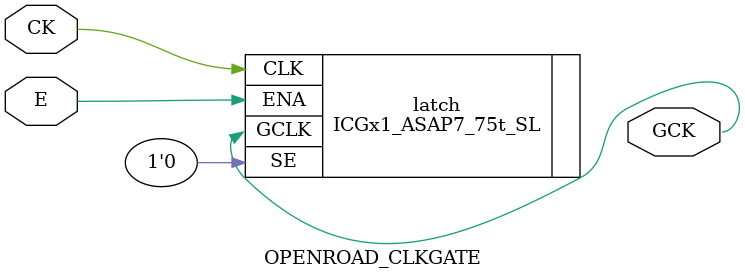
<source format=v>
module OPENROAD_CLKGATE (CK, E, GCK);
  input CK;
  input E;
  output GCK;

ICGx1_ASAP7_75t_SL latch ( .CLK(CK), .ENA(E), .SE(1'b0), .GCLK(GCK) );

endmodule

</source>
